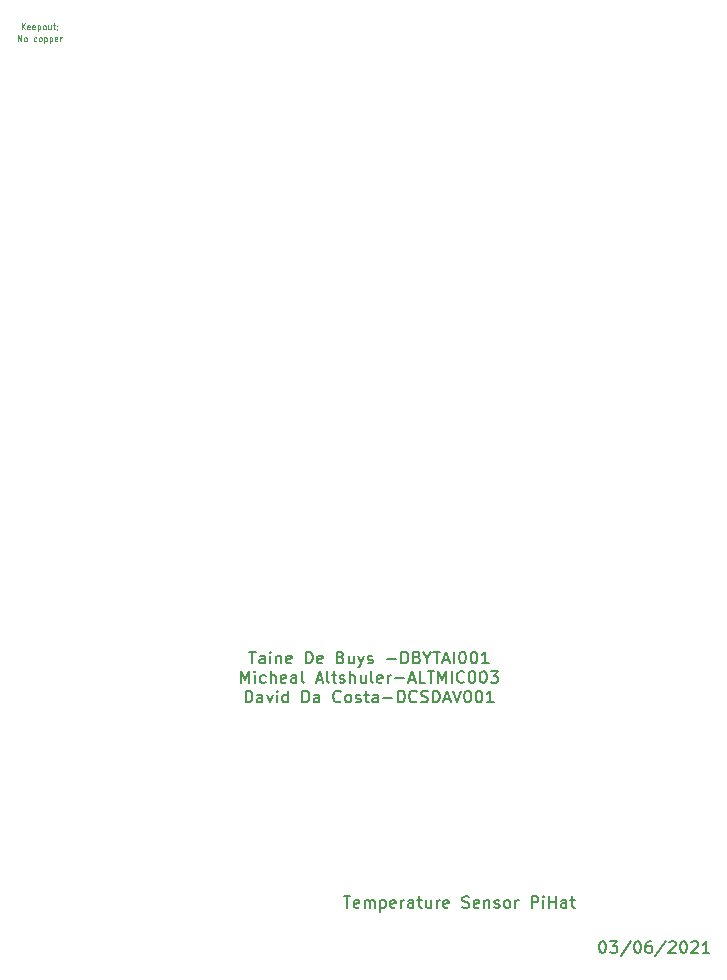
<source format=gbr>
%TF.GenerationSoftware,KiCad,Pcbnew,(5.1.10)-1*%
%TF.CreationDate,2021-06-04T17:59:31+02:00*%
%TF.ProjectId,_Real_EEE3088Project,5f526561-6c5f-4454-9545-333038385072,rev?*%
%TF.SameCoordinates,Original*%
%TF.FileFunction,Other,Comment*%
%FSLAX46Y46*%
G04 Gerber Fmt 4.6, Leading zero omitted, Abs format (unit mm)*
G04 Created by KiCad (PCBNEW (5.1.10)-1) date 2021-06-04 17:59:31*
%MOMM*%
%LPD*%
G01*
G04 APERTURE LIST*
%ADD10C,0.150000*%
%ADD11C,0.080000*%
G04 APERTURE END LIST*
D10*
X210201428Y-192492380D02*
X210296666Y-192492380D01*
X210391904Y-192540000D01*
X210439523Y-192587619D01*
X210487142Y-192682857D01*
X210534761Y-192873333D01*
X210534761Y-193111428D01*
X210487142Y-193301904D01*
X210439523Y-193397142D01*
X210391904Y-193444761D01*
X210296666Y-193492380D01*
X210201428Y-193492380D01*
X210106190Y-193444761D01*
X210058571Y-193397142D01*
X210010952Y-193301904D01*
X209963333Y-193111428D01*
X209963333Y-192873333D01*
X210010952Y-192682857D01*
X210058571Y-192587619D01*
X210106190Y-192540000D01*
X210201428Y-192492380D01*
X210868095Y-192492380D02*
X211487142Y-192492380D01*
X211153809Y-192873333D01*
X211296666Y-192873333D01*
X211391904Y-192920952D01*
X211439523Y-192968571D01*
X211487142Y-193063809D01*
X211487142Y-193301904D01*
X211439523Y-193397142D01*
X211391904Y-193444761D01*
X211296666Y-193492380D01*
X211010952Y-193492380D01*
X210915714Y-193444761D01*
X210868095Y-193397142D01*
X212630000Y-192444761D02*
X211772857Y-193730476D01*
X213153809Y-192492380D02*
X213249047Y-192492380D01*
X213344285Y-192540000D01*
X213391904Y-192587619D01*
X213439523Y-192682857D01*
X213487142Y-192873333D01*
X213487142Y-193111428D01*
X213439523Y-193301904D01*
X213391904Y-193397142D01*
X213344285Y-193444761D01*
X213249047Y-193492380D01*
X213153809Y-193492380D01*
X213058571Y-193444761D01*
X213010952Y-193397142D01*
X212963333Y-193301904D01*
X212915714Y-193111428D01*
X212915714Y-192873333D01*
X212963333Y-192682857D01*
X213010952Y-192587619D01*
X213058571Y-192540000D01*
X213153809Y-192492380D01*
X214344285Y-192492380D02*
X214153809Y-192492380D01*
X214058571Y-192540000D01*
X214010952Y-192587619D01*
X213915714Y-192730476D01*
X213868095Y-192920952D01*
X213868095Y-193301904D01*
X213915714Y-193397142D01*
X213963333Y-193444761D01*
X214058571Y-193492380D01*
X214249047Y-193492380D01*
X214344285Y-193444761D01*
X214391904Y-193397142D01*
X214439523Y-193301904D01*
X214439523Y-193063809D01*
X214391904Y-192968571D01*
X214344285Y-192920952D01*
X214249047Y-192873333D01*
X214058571Y-192873333D01*
X213963333Y-192920952D01*
X213915714Y-192968571D01*
X213868095Y-193063809D01*
X215582380Y-192444761D02*
X214725238Y-193730476D01*
X215868095Y-192587619D02*
X215915714Y-192540000D01*
X216010952Y-192492380D01*
X216249047Y-192492380D01*
X216344285Y-192540000D01*
X216391904Y-192587619D01*
X216439523Y-192682857D01*
X216439523Y-192778095D01*
X216391904Y-192920952D01*
X215820476Y-193492380D01*
X216439523Y-193492380D01*
X217058571Y-192492380D02*
X217153809Y-192492380D01*
X217249047Y-192540000D01*
X217296666Y-192587619D01*
X217344285Y-192682857D01*
X217391904Y-192873333D01*
X217391904Y-193111428D01*
X217344285Y-193301904D01*
X217296666Y-193397142D01*
X217249047Y-193444761D01*
X217153809Y-193492380D01*
X217058571Y-193492380D01*
X216963333Y-193444761D01*
X216915714Y-193397142D01*
X216868095Y-193301904D01*
X216820476Y-193111428D01*
X216820476Y-192873333D01*
X216868095Y-192682857D01*
X216915714Y-192587619D01*
X216963333Y-192540000D01*
X217058571Y-192492380D01*
X217772857Y-192587619D02*
X217820476Y-192540000D01*
X217915714Y-192492380D01*
X218153809Y-192492380D01*
X218249047Y-192540000D01*
X218296666Y-192587619D01*
X218344285Y-192682857D01*
X218344285Y-192778095D01*
X218296666Y-192920952D01*
X217725238Y-193492380D01*
X218344285Y-193492380D01*
X219296666Y-193492380D02*
X218725238Y-193492380D01*
X219010952Y-193492380D02*
X219010952Y-192492380D01*
X218915714Y-192635238D01*
X218820476Y-192730476D01*
X218725238Y-192778095D01*
X180309523Y-167982380D02*
X180880952Y-167982380D01*
X180595238Y-168982380D02*
X180595238Y-167982380D01*
X181642857Y-168982380D02*
X181642857Y-168458571D01*
X181595238Y-168363333D01*
X181500000Y-168315714D01*
X181309523Y-168315714D01*
X181214285Y-168363333D01*
X181642857Y-168934761D02*
X181547619Y-168982380D01*
X181309523Y-168982380D01*
X181214285Y-168934761D01*
X181166666Y-168839523D01*
X181166666Y-168744285D01*
X181214285Y-168649047D01*
X181309523Y-168601428D01*
X181547619Y-168601428D01*
X181642857Y-168553809D01*
X182119047Y-168982380D02*
X182119047Y-168315714D01*
X182119047Y-167982380D02*
X182071428Y-168030000D01*
X182119047Y-168077619D01*
X182166666Y-168030000D01*
X182119047Y-167982380D01*
X182119047Y-168077619D01*
X182595238Y-168315714D02*
X182595238Y-168982380D01*
X182595238Y-168410952D02*
X182642857Y-168363333D01*
X182738095Y-168315714D01*
X182880952Y-168315714D01*
X182976190Y-168363333D01*
X183023809Y-168458571D01*
X183023809Y-168982380D01*
X183880952Y-168934761D02*
X183785714Y-168982380D01*
X183595238Y-168982380D01*
X183500000Y-168934761D01*
X183452380Y-168839523D01*
X183452380Y-168458571D01*
X183500000Y-168363333D01*
X183595238Y-168315714D01*
X183785714Y-168315714D01*
X183880952Y-168363333D01*
X183928571Y-168458571D01*
X183928571Y-168553809D01*
X183452380Y-168649047D01*
X185119047Y-168982380D02*
X185119047Y-167982380D01*
X185357142Y-167982380D01*
X185500000Y-168030000D01*
X185595238Y-168125238D01*
X185642857Y-168220476D01*
X185690476Y-168410952D01*
X185690476Y-168553809D01*
X185642857Y-168744285D01*
X185595238Y-168839523D01*
X185500000Y-168934761D01*
X185357142Y-168982380D01*
X185119047Y-168982380D01*
X186500000Y-168934761D02*
X186404761Y-168982380D01*
X186214285Y-168982380D01*
X186119047Y-168934761D01*
X186071428Y-168839523D01*
X186071428Y-168458571D01*
X186119047Y-168363333D01*
X186214285Y-168315714D01*
X186404761Y-168315714D01*
X186500000Y-168363333D01*
X186547619Y-168458571D01*
X186547619Y-168553809D01*
X186071428Y-168649047D01*
X188071428Y-168458571D02*
X188214285Y-168506190D01*
X188261904Y-168553809D01*
X188309523Y-168649047D01*
X188309523Y-168791904D01*
X188261904Y-168887142D01*
X188214285Y-168934761D01*
X188119047Y-168982380D01*
X187738095Y-168982380D01*
X187738095Y-167982380D01*
X188071428Y-167982380D01*
X188166666Y-168030000D01*
X188214285Y-168077619D01*
X188261904Y-168172857D01*
X188261904Y-168268095D01*
X188214285Y-168363333D01*
X188166666Y-168410952D01*
X188071428Y-168458571D01*
X187738095Y-168458571D01*
X189166666Y-168315714D02*
X189166666Y-168982380D01*
X188738095Y-168315714D02*
X188738095Y-168839523D01*
X188785714Y-168934761D01*
X188880952Y-168982380D01*
X189023809Y-168982380D01*
X189119047Y-168934761D01*
X189166666Y-168887142D01*
X189547619Y-168315714D02*
X189785714Y-168982380D01*
X190023809Y-168315714D02*
X189785714Y-168982380D01*
X189690476Y-169220476D01*
X189642857Y-169268095D01*
X189547619Y-169315714D01*
X190357142Y-168934761D02*
X190452380Y-168982380D01*
X190642857Y-168982380D01*
X190738095Y-168934761D01*
X190785714Y-168839523D01*
X190785714Y-168791904D01*
X190738095Y-168696666D01*
X190642857Y-168649047D01*
X190500000Y-168649047D01*
X190404761Y-168601428D01*
X190357142Y-168506190D01*
X190357142Y-168458571D01*
X190404761Y-168363333D01*
X190500000Y-168315714D01*
X190642857Y-168315714D01*
X190738095Y-168363333D01*
X191976190Y-168601428D02*
X192738095Y-168601428D01*
X193214285Y-168982380D02*
X193214285Y-167982380D01*
X193452380Y-167982380D01*
X193595238Y-168030000D01*
X193690476Y-168125238D01*
X193738095Y-168220476D01*
X193785714Y-168410952D01*
X193785714Y-168553809D01*
X193738095Y-168744285D01*
X193690476Y-168839523D01*
X193595238Y-168934761D01*
X193452380Y-168982380D01*
X193214285Y-168982380D01*
X194547619Y-168458571D02*
X194690476Y-168506190D01*
X194738095Y-168553809D01*
X194785714Y-168649047D01*
X194785714Y-168791904D01*
X194738095Y-168887142D01*
X194690476Y-168934761D01*
X194595238Y-168982380D01*
X194214285Y-168982380D01*
X194214285Y-167982380D01*
X194547619Y-167982380D01*
X194642857Y-168030000D01*
X194690476Y-168077619D01*
X194738095Y-168172857D01*
X194738095Y-168268095D01*
X194690476Y-168363333D01*
X194642857Y-168410952D01*
X194547619Y-168458571D01*
X194214285Y-168458571D01*
X195404761Y-168506190D02*
X195404761Y-168982380D01*
X195071428Y-167982380D02*
X195404761Y-168506190D01*
X195738095Y-167982380D01*
X195928571Y-167982380D02*
X196500000Y-167982380D01*
X196214285Y-168982380D02*
X196214285Y-167982380D01*
X196785714Y-168696666D02*
X197261904Y-168696666D01*
X196690476Y-168982380D02*
X197023809Y-167982380D01*
X197357142Y-168982380D01*
X197690476Y-168982380D02*
X197690476Y-167982380D01*
X198357142Y-167982380D02*
X198452380Y-167982380D01*
X198547619Y-168030000D01*
X198595238Y-168077619D01*
X198642857Y-168172857D01*
X198690476Y-168363333D01*
X198690476Y-168601428D01*
X198642857Y-168791904D01*
X198595238Y-168887142D01*
X198547619Y-168934761D01*
X198452380Y-168982380D01*
X198357142Y-168982380D01*
X198261904Y-168934761D01*
X198214285Y-168887142D01*
X198166666Y-168791904D01*
X198119047Y-168601428D01*
X198119047Y-168363333D01*
X198166666Y-168172857D01*
X198214285Y-168077619D01*
X198261904Y-168030000D01*
X198357142Y-167982380D01*
X199309523Y-167982380D02*
X199404761Y-167982380D01*
X199500000Y-168030000D01*
X199547619Y-168077619D01*
X199595238Y-168172857D01*
X199642857Y-168363333D01*
X199642857Y-168601428D01*
X199595238Y-168791904D01*
X199547619Y-168887142D01*
X199500000Y-168934761D01*
X199404761Y-168982380D01*
X199309523Y-168982380D01*
X199214285Y-168934761D01*
X199166666Y-168887142D01*
X199119047Y-168791904D01*
X199071428Y-168601428D01*
X199071428Y-168363333D01*
X199119047Y-168172857D01*
X199166666Y-168077619D01*
X199214285Y-168030000D01*
X199309523Y-167982380D01*
X200595238Y-168982380D02*
X200023809Y-168982380D01*
X200309523Y-168982380D02*
X200309523Y-167982380D01*
X200214285Y-168125238D01*
X200119047Y-168220476D01*
X200023809Y-168268095D01*
X179666666Y-170632380D02*
X179666666Y-169632380D01*
X180000000Y-170346666D01*
X180333333Y-169632380D01*
X180333333Y-170632380D01*
X180809523Y-170632380D02*
X180809523Y-169965714D01*
X180809523Y-169632380D02*
X180761904Y-169680000D01*
X180809523Y-169727619D01*
X180857142Y-169680000D01*
X180809523Y-169632380D01*
X180809523Y-169727619D01*
X181714285Y-170584761D02*
X181619047Y-170632380D01*
X181428571Y-170632380D01*
X181333333Y-170584761D01*
X181285714Y-170537142D01*
X181238095Y-170441904D01*
X181238095Y-170156190D01*
X181285714Y-170060952D01*
X181333333Y-170013333D01*
X181428571Y-169965714D01*
X181619047Y-169965714D01*
X181714285Y-170013333D01*
X182142857Y-170632380D02*
X182142857Y-169632380D01*
X182571428Y-170632380D02*
X182571428Y-170108571D01*
X182523809Y-170013333D01*
X182428571Y-169965714D01*
X182285714Y-169965714D01*
X182190476Y-170013333D01*
X182142857Y-170060952D01*
X183428571Y-170584761D02*
X183333333Y-170632380D01*
X183142857Y-170632380D01*
X183047619Y-170584761D01*
X183000000Y-170489523D01*
X183000000Y-170108571D01*
X183047619Y-170013333D01*
X183142857Y-169965714D01*
X183333333Y-169965714D01*
X183428571Y-170013333D01*
X183476190Y-170108571D01*
X183476190Y-170203809D01*
X183000000Y-170299047D01*
X184333333Y-170632380D02*
X184333333Y-170108571D01*
X184285714Y-170013333D01*
X184190476Y-169965714D01*
X184000000Y-169965714D01*
X183904761Y-170013333D01*
X184333333Y-170584761D02*
X184238095Y-170632380D01*
X184000000Y-170632380D01*
X183904761Y-170584761D01*
X183857142Y-170489523D01*
X183857142Y-170394285D01*
X183904761Y-170299047D01*
X184000000Y-170251428D01*
X184238095Y-170251428D01*
X184333333Y-170203809D01*
X184952380Y-170632380D02*
X184857142Y-170584761D01*
X184809523Y-170489523D01*
X184809523Y-169632380D01*
X186047619Y-170346666D02*
X186523809Y-170346666D01*
X185952380Y-170632380D02*
X186285714Y-169632380D01*
X186619047Y-170632380D01*
X187095238Y-170632380D02*
X187000000Y-170584761D01*
X186952380Y-170489523D01*
X186952380Y-169632380D01*
X187333333Y-169965714D02*
X187714285Y-169965714D01*
X187476190Y-169632380D02*
X187476190Y-170489523D01*
X187523809Y-170584761D01*
X187619047Y-170632380D01*
X187714285Y-170632380D01*
X188000000Y-170584761D02*
X188095238Y-170632380D01*
X188285714Y-170632380D01*
X188380952Y-170584761D01*
X188428571Y-170489523D01*
X188428571Y-170441904D01*
X188380952Y-170346666D01*
X188285714Y-170299047D01*
X188142857Y-170299047D01*
X188047619Y-170251428D01*
X188000000Y-170156190D01*
X188000000Y-170108571D01*
X188047619Y-170013333D01*
X188142857Y-169965714D01*
X188285714Y-169965714D01*
X188380952Y-170013333D01*
X188857142Y-170632380D02*
X188857142Y-169632380D01*
X189285714Y-170632380D02*
X189285714Y-170108571D01*
X189238095Y-170013333D01*
X189142857Y-169965714D01*
X189000000Y-169965714D01*
X188904761Y-170013333D01*
X188857142Y-170060952D01*
X190190476Y-169965714D02*
X190190476Y-170632380D01*
X189761904Y-169965714D02*
X189761904Y-170489523D01*
X189809523Y-170584761D01*
X189904761Y-170632380D01*
X190047619Y-170632380D01*
X190142857Y-170584761D01*
X190190476Y-170537142D01*
X190809523Y-170632380D02*
X190714285Y-170584761D01*
X190666666Y-170489523D01*
X190666666Y-169632380D01*
X191571428Y-170584761D02*
X191476190Y-170632380D01*
X191285714Y-170632380D01*
X191190476Y-170584761D01*
X191142857Y-170489523D01*
X191142857Y-170108571D01*
X191190476Y-170013333D01*
X191285714Y-169965714D01*
X191476190Y-169965714D01*
X191571428Y-170013333D01*
X191619047Y-170108571D01*
X191619047Y-170203809D01*
X191142857Y-170299047D01*
X192047619Y-170632380D02*
X192047619Y-169965714D01*
X192047619Y-170156190D02*
X192095238Y-170060952D01*
X192142857Y-170013333D01*
X192238095Y-169965714D01*
X192333333Y-169965714D01*
X192666666Y-170251428D02*
X193428571Y-170251428D01*
X193857142Y-170346666D02*
X194333333Y-170346666D01*
X193761904Y-170632380D02*
X194095238Y-169632380D01*
X194428571Y-170632380D01*
X195238095Y-170632380D02*
X194761904Y-170632380D01*
X194761904Y-169632380D01*
X195428571Y-169632380D02*
X196000000Y-169632380D01*
X195714285Y-170632380D02*
X195714285Y-169632380D01*
X196333333Y-170632380D02*
X196333333Y-169632380D01*
X196666666Y-170346666D01*
X197000000Y-169632380D01*
X197000000Y-170632380D01*
X197476190Y-170632380D02*
X197476190Y-169632380D01*
X198523809Y-170537142D02*
X198476190Y-170584761D01*
X198333333Y-170632380D01*
X198238095Y-170632380D01*
X198095238Y-170584761D01*
X198000000Y-170489523D01*
X197952380Y-170394285D01*
X197904761Y-170203809D01*
X197904761Y-170060952D01*
X197952380Y-169870476D01*
X198000000Y-169775238D01*
X198095238Y-169680000D01*
X198238095Y-169632380D01*
X198333333Y-169632380D01*
X198476190Y-169680000D01*
X198523809Y-169727619D01*
X199142857Y-169632380D02*
X199238095Y-169632380D01*
X199333333Y-169680000D01*
X199380952Y-169727619D01*
X199428571Y-169822857D01*
X199476190Y-170013333D01*
X199476190Y-170251428D01*
X199428571Y-170441904D01*
X199380952Y-170537142D01*
X199333333Y-170584761D01*
X199238095Y-170632380D01*
X199142857Y-170632380D01*
X199047619Y-170584761D01*
X199000000Y-170537142D01*
X198952380Y-170441904D01*
X198904761Y-170251428D01*
X198904761Y-170013333D01*
X198952380Y-169822857D01*
X199000000Y-169727619D01*
X199047619Y-169680000D01*
X199142857Y-169632380D01*
X200095238Y-169632380D02*
X200190476Y-169632380D01*
X200285714Y-169680000D01*
X200333333Y-169727619D01*
X200380952Y-169822857D01*
X200428571Y-170013333D01*
X200428571Y-170251428D01*
X200380952Y-170441904D01*
X200333333Y-170537142D01*
X200285714Y-170584761D01*
X200190476Y-170632380D01*
X200095238Y-170632380D01*
X200000000Y-170584761D01*
X199952380Y-170537142D01*
X199904761Y-170441904D01*
X199857142Y-170251428D01*
X199857142Y-170013333D01*
X199904761Y-169822857D01*
X199952380Y-169727619D01*
X200000000Y-169680000D01*
X200095238Y-169632380D01*
X200761904Y-169632380D02*
X201380952Y-169632380D01*
X201047619Y-170013333D01*
X201190476Y-170013333D01*
X201285714Y-170060952D01*
X201333333Y-170108571D01*
X201380952Y-170203809D01*
X201380952Y-170441904D01*
X201333333Y-170537142D01*
X201285714Y-170584761D01*
X201190476Y-170632380D01*
X200904761Y-170632380D01*
X200809523Y-170584761D01*
X200761904Y-170537142D01*
X180023809Y-172282380D02*
X180023809Y-171282380D01*
X180261904Y-171282380D01*
X180404761Y-171330000D01*
X180500000Y-171425238D01*
X180547619Y-171520476D01*
X180595238Y-171710952D01*
X180595238Y-171853809D01*
X180547619Y-172044285D01*
X180500000Y-172139523D01*
X180404761Y-172234761D01*
X180261904Y-172282380D01*
X180023809Y-172282380D01*
X181452380Y-172282380D02*
X181452380Y-171758571D01*
X181404761Y-171663333D01*
X181309523Y-171615714D01*
X181119047Y-171615714D01*
X181023809Y-171663333D01*
X181452380Y-172234761D02*
X181357142Y-172282380D01*
X181119047Y-172282380D01*
X181023809Y-172234761D01*
X180976190Y-172139523D01*
X180976190Y-172044285D01*
X181023809Y-171949047D01*
X181119047Y-171901428D01*
X181357142Y-171901428D01*
X181452380Y-171853809D01*
X181833333Y-171615714D02*
X182071428Y-172282380D01*
X182309523Y-171615714D01*
X182690476Y-172282380D02*
X182690476Y-171615714D01*
X182690476Y-171282380D02*
X182642857Y-171330000D01*
X182690476Y-171377619D01*
X182738095Y-171330000D01*
X182690476Y-171282380D01*
X182690476Y-171377619D01*
X183595238Y-172282380D02*
X183595238Y-171282380D01*
X183595238Y-172234761D02*
X183500000Y-172282380D01*
X183309523Y-172282380D01*
X183214285Y-172234761D01*
X183166666Y-172187142D01*
X183119047Y-172091904D01*
X183119047Y-171806190D01*
X183166666Y-171710952D01*
X183214285Y-171663333D01*
X183309523Y-171615714D01*
X183500000Y-171615714D01*
X183595238Y-171663333D01*
X184833333Y-172282380D02*
X184833333Y-171282380D01*
X185071428Y-171282380D01*
X185214285Y-171330000D01*
X185309523Y-171425238D01*
X185357142Y-171520476D01*
X185404761Y-171710952D01*
X185404761Y-171853809D01*
X185357142Y-172044285D01*
X185309523Y-172139523D01*
X185214285Y-172234761D01*
X185071428Y-172282380D01*
X184833333Y-172282380D01*
X186261904Y-172282380D02*
X186261904Y-171758571D01*
X186214285Y-171663333D01*
X186119047Y-171615714D01*
X185928571Y-171615714D01*
X185833333Y-171663333D01*
X186261904Y-172234761D02*
X186166666Y-172282380D01*
X185928571Y-172282380D01*
X185833333Y-172234761D01*
X185785714Y-172139523D01*
X185785714Y-172044285D01*
X185833333Y-171949047D01*
X185928571Y-171901428D01*
X186166666Y-171901428D01*
X186261904Y-171853809D01*
X188071428Y-172187142D02*
X188023809Y-172234761D01*
X187880952Y-172282380D01*
X187785714Y-172282380D01*
X187642857Y-172234761D01*
X187547619Y-172139523D01*
X187500000Y-172044285D01*
X187452380Y-171853809D01*
X187452380Y-171710952D01*
X187500000Y-171520476D01*
X187547619Y-171425238D01*
X187642857Y-171330000D01*
X187785714Y-171282380D01*
X187880952Y-171282380D01*
X188023809Y-171330000D01*
X188071428Y-171377619D01*
X188642857Y-172282380D02*
X188547619Y-172234761D01*
X188500000Y-172187142D01*
X188452380Y-172091904D01*
X188452380Y-171806190D01*
X188500000Y-171710952D01*
X188547619Y-171663333D01*
X188642857Y-171615714D01*
X188785714Y-171615714D01*
X188880952Y-171663333D01*
X188928571Y-171710952D01*
X188976190Y-171806190D01*
X188976190Y-172091904D01*
X188928571Y-172187142D01*
X188880952Y-172234761D01*
X188785714Y-172282380D01*
X188642857Y-172282380D01*
X189357142Y-172234761D02*
X189452380Y-172282380D01*
X189642857Y-172282380D01*
X189738095Y-172234761D01*
X189785714Y-172139523D01*
X189785714Y-172091904D01*
X189738095Y-171996666D01*
X189642857Y-171949047D01*
X189500000Y-171949047D01*
X189404761Y-171901428D01*
X189357142Y-171806190D01*
X189357142Y-171758571D01*
X189404761Y-171663333D01*
X189500000Y-171615714D01*
X189642857Y-171615714D01*
X189738095Y-171663333D01*
X190071428Y-171615714D02*
X190452380Y-171615714D01*
X190214285Y-171282380D02*
X190214285Y-172139523D01*
X190261904Y-172234761D01*
X190357142Y-172282380D01*
X190452380Y-172282380D01*
X191214285Y-172282380D02*
X191214285Y-171758571D01*
X191166666Y-171663333D01*
X191071428Y-171615714D01*
X190880952Y-171615714D01*
X190785714Y-171663333D01*
X191214285Y-172234761D02*
X191119047Y-172282380D01*
X190880952Y-172282380D01*
X190785714Y-172234761D01*
X190738095Y-172139523D01*
X190738095Y-172044285D01*
X190785714Y-171949047D01*
X190880952Y-171901428D01*
X191119047Y-171901428D01*
X191214285Y-171853809D01*
X191690476Y-171901428D02*
X192452380Y-171901428D01*
X192928571Y-172282380D02*
X192928571Y-171282380D01*
X193166666Y-171282380D01*
X193309523Y-171330000D01*
X193404761Y-171425238D01*
X193452380Y-171520476D01*
X193500000Y-171710952D01*
X193500000Y-171853809D01*
X193452380Y-172044285D01*
X193404761Y-172139523D01*
X193309523Y-172234761D01*
X193166666Y-172282380D01*
X192928571Y-172282380D01*
X194500000Y-172187142D02*
X194452380Y-172234761D01*
X194309523Y-172282380D01*
X194214285Y-172282380D01*
X194071428Y-172234761D01*
X193976190Y-172139523D01*
X193928571Y-172044285D01*
X193880952Y-171853809D01*
X193880952Y-171710952D01*
X193928571Y-171520476D01*
X193976190Y-171425238D01*
X194071428Y-171330000D01*
X194214285Y-171282380D01*
X194309523Y-171282380D01*
X194452380Y-171330000D01*
X194500000Y-171377619D01*
X194880952Y-172234761D02*
X195023809Y-172282380D01*
X195261904Y-172282380D01*
X195357142Y-172234761D01*
X195404761Y-172187142D01*
X195452380Y-172091904D01*
X195452380Y-171996666D01*
X195404761Y-171901428D01*
X195357142Y-171853809D01*
X195261904Y-171806190D01*
X195071428Y-171758571D01*
X194976190Y-171710952D01*
X194928571Y-171663333D01*
X194880952Y-171568095D01*
X194880952Y-171472857D01*
X194928571Y-171377619D01*
X194976190Y-171330000D01*
X195071428Y-171282380D01*
X195309523Y-171282380D01*
X195452380Y-171330000D01*
X195880952Y-172282380D02*
X195880952Y-171282380D01*
X196119047Y-171282380D01*
X196261904Y-171330000D01*
X196357142Y-171425238D01*
X196404761Y-171520476D01*
X196452380Y-171710952D01*
X196452380Y-171853809D01*
X196404761Y-172044285D01*
X196357142Y-172139523D01*
X196261904Y-172234761D01*
X196119047Y-172282380D01*
X195880952Y-172282380D01*
X196833333Y-171996666D02*
X197309523Y-171996666D01*
X196738095Y-172282380D02*
X197071428Y-171282380D01*
X197404761Y-172282380D01*
X197595238Y-171282380D02*
X197928571Y-172282380D01*
X198261904Y-171282380D01*
X198785714Y-171282380D02*
X198880952Y-171282380D01*
X198976190Y-171330000D01*
X199023809Y-171377619D01*
X199071428Y-171472857D01*
X199119047Y-171663333D01*
X199119047Y-171901428D01*
X199071428Y-172091904D01*
X199023809Y-172187142D01*
X198976190Y-172234761D01*
X198880952Y-172282380D01*
X198785714Y-172282380D01*
X198690476Y-172234761D01*
X198642857Y-172187142D01*
X198595238Y-172091904D01*
X198547619Y-171901428D01*
X198547619Y-171663333D01*
X198595238Y-171472857D01*
X198642857Y-171377619D01*
X198690476Y-171330000D01*
X198785714Y-171282380D01*
X199738095Y-171282380D02*
X199833333Y-171282380D01*
X199928571Y-171330000D01*
X199976190Y-171377619D01*
X200023809Y-171472857D01*
X200071428Y-171663333D01*
X200071428Y-171901428D01*
X200023809Y-172091904D01*
X199976190Y-172187142D01*
X199928571Y-172234761D01*
X199833333Y-172282380D01*
X199738095Y-172282380D01*
X199642857Y-172234761D01*
X199595238Y-172187142D01*
X199547619Y-172091904D01*
X199500000Y-171901428D01*
X199500000Y-171663333D01*
X199547619Y-171472857D01*
X199595238Y-171377619D01*
X199642857Y-171330000D01*
X199738095Y-171282380D01*
X201023809Y-172282380D02*
X200452380Y-172282380D01*
X200738095Y-172282380D02*
X200738095Y-171282380D01*
X200642857Y-171425238D01*
X200547619Y-171520476D01*
X200452380Y-171568095D01*
X188334285Y-188682380D02*
X188905714Y-188682380D01*
X188620000Y-189682380D02*
X188620000Y-188682380D01*
X189620000Y-189634761D02*
X189524761Y-189682380D01*
X189334285Y-189682380D01*
X189239047Y-189634761D01*
X189191428Y-189539523D01*
X189191428Y-189158571D01*
X189239047Y-189063333D01*
X189334285Y-189015714D01*
X189524761Y-189015714D01*
X189620000Y-189063333D01*
X189667619Y-189158571D01*
X189667619Y-189253809D01*
X189191428Y-189349047D01*
X190096190Y-189682380D02*
X190096190Y-189015714D01*
X190096190Y-189110952D02*
X190143809Y-189063333D01*
X190239047Y-189015714D01*
X190381904Y-189015714D01*
X190477142Y-189063333D01*
X190524761Y-189158571D01*
X190524761Y-189682380D01*
X190524761Y-189158571D02*
X190572380Y-189063333D01*
X190667619Y-189015714D01*
X190810476Y-189015714D01*
X190905714Y-189063333D01*
X190953333Y-189158571D01*
X190953333Y-189682380D01*
X191429523Y-189015714D02*
X191429523Y-190015714D01*
X191429523Y-189063333D02*
X191524761Y-189015714D01*
X191715238Y-189015714D01*
X191810476Y-189063333D01*
X191858095Y-189110952D01*
X191905714Y-189206190D01*
X191905714Y-189491904D01*
X191858095Y-189587142D01*
X191810476Y-189634761D01*
X191715238Y-189682380D01*
X191524761Y-189682380D01*
X191429523Y-189634761D01*
X192715238Y-189634761D02*
X192620000Y-189682380D01*
X192429523Y-189682380D01*
X192334285Y-189634761D01*
X192286666Y-189539523D01*
X192286666Y-189158571D01*
X192334285Y-189063333D01*
X192429523Y-189015714D01*
X192620000Y-189015714D01*
X192715238Y-189063333D01*
X192762857Y-189158571D01*
X192762857Y-189253809D01*
X192286666Y-189349047D01*
X193191428Y-189682380D02*
X193191428Y-189015714D01*
X193191428Y-189206190D02*
X193239047Y-189110952D01*
X193286666Y-189063333D01*
X193381904Y-189015714D01*
X193477142Y-189015714D01*
X194239047Y-189682380D02*
X194239047Y-189158571D01*
X194191428Y-189063333D01*
X194096190Y-189015714D01*
X193905714Y-189015714D01*
X193810476Y-189063333D01*
X194239047Y-189634761D02*
X194143809Y-189682380D01*
X193905714Y-189682380D01*
X193810476Y-189634761D01*
X193762857Y-189539523D01*
X193762857Y-189444285D01*
X193810476Y-189349047D01*
X193905714Y-189301428D01*
X194143809Y-189301428D01*
X194239047Y-189253809D01*
X194572380Y-189015714D02*
X194953333Y-189015714D01*
X194715238Y-188682380D02*
X194715238Y-189539523D01*
X194762857Y-189634761D01*
X194858095Y-189682380D01*
X194953333Y-189682380D01*
X195715238Y-189015714D02*
X195715238Y-189682380D01*
X195286666Y-189015714D02*
X195286666Y-189539523D01*
X195334285Y-189634761D01*
X195429523Y-189682380D01*
X195572380Y-189682380D01*
X195667619Y-189634761D01*
X195715238Y-189587142D01*
X196191428Y-189682380D02*
X196191428Y-189015714D01*
X196191428Y-189206190D02*
X196239047Y-189110952D01*
X196286666Y-189063333D01*
X196381904Y-189015714D01*
X196477142Y-189015714D01*
X197191428Y-189634761D02*
X197096190Y-189682380D01*
X196905714Y-189682380D01*
X196810476Y-189634761D01*
X196762857Y-189539523D01*
X196762857Y-189158571D01*
X196810476Y-189063333D01*
X196905714Y-189015714D01*
X197096190Y-189015714D01*
X197191428Y-189063333D01*
X197239047Y-189158571D01*
X197239047Y-189253809D01*
X196762857Y-189349047D01*
X198381904Y-189634761D02*
X198524761Y-189682380D01*
X198762857Y-189682380D01*
X198858095Y-189634761D01*
X198905714Y-189587142D01*
X198953333Y-189491904D01*
X198953333Y-189396666D01*
X198905714Y-189301428D01*
X198858095Y-189253809D01*
X198762857Y-189206190D01*
X198572380Y-189158571D01*
X198477142Y-189110952D01*
X198429523Y-189063333D01*
X198381904Y-188968095D01*
X198381904Y-188872857D01*
X198429523Y-188777619D01*
X198477142Y-188730000D01*
X198572380Y-188682380D01*
X198810476Y-188682380D01*
X198953333Y-188730000D01*
X199762857Y-189634761D02*
X199667619Y-189682380D01*
X199477142Y-189682380D01*
X199381904Y-189634761D01*
X199334285Y-189539523D01*
X199334285Y-189158571D01*
X199381904Y-189063333D01*
X199477142Y-189015714D01*
X199667619Y-189015714D01*
X199762857Y-189063333D01*
X199810476Y-189158571D01*
X199810476Y-189253809D01*
X199334285Y-189349047D01*
X200239047Y-189015714D02*
X200239047Y-189682380D01*
X200239047Y-189110952D02*
X200286666Y-189063333D01*
X200381904Y-189015714D01*
X200524761Y-189015714D01*
X200620000Y-189063333D01*
X200667619Y-189158571D01*
X200667619Y-189682380D01*
X201096190Y-189634761D02*
X201191428Y-189682380D01*
X201381904Y-189682380D01*
X201477142Y-189634761D01*
X201524761Y-189539523D01*
X201524761Y-189491904D01*
X201477142Y-189396666D01*
X201381904Y-189349047D01*
X201239047Y-189349047D01*
X201143809Y-189301428D01*
X201096190Y-189206190D01*
X201096190Y-189158571D01*
X201143809Y-189063333D01*
X201239047Y-189015714D01*
X201381904Y-189015714D01*
X201477142Y-189063333D01*
X202096190Y-189682380D02*
X202000952Y-189634761D01*
X201953333Y-189587142D01*
X201905714Y-189491904D01*
X201905714Y-189206190D01*
X201953333Y-189110952D01*
X202000952Y-189063333D01*
X202096190Y-189015714D01*
X202239047Y-189015714D01*
X202334285Y-189063333D01*
X202381904Y-189110952D01*
X202429523Y-189206190D01*
X202429523Y-189491904D01*
X202381904Y-189587142D01*
X202334285Y-189634761D01*
X202239047Y-189682380D01*
X202096190Y-189682380D01*
X202858095Y-189682380D02*
X202858095Y-189015714D01*
X202858095Y-189206190D02*
X202905714Y-189110952D01*
X202953333Y-189063333D01*
X203048571Y-189015714D01*
X203143809Y-189015714D01*
X204239047Y-189682380D02*
X204239047Y-188682380D01*
X204620000Y-188682380D01*
X204715238Y-188730000D01*
X204762857Y-188777619D01*
X204810476Y-188872857D01*
X204810476Y-189015714D01*
X204762857Y-189110952D01*
X204715238Y-189158571D01*
X204620000Y-189206190D01*
X204239047Y-189206190D01*
X205239047Y-189682380D02*
X205239047Y-189015714D01*
X205239047Y-188682380D02*
X205191428Y-188730000D01*
X205239047Y-188777619D01*
X205286666Y-188730000D01*
X205239047Y-188682380D01*
X205239047Y-188777619D01*
X205715238Y-189682380D02*
X205715238Y-188682380D01*
X205715238Y-189158571D02*
X206286666Y-189158571D01*
X206286666Y-189682380D02*
X206286666Y-188682380D01*
X207191428Y-189682380D02*
X207191428Y-189158571D01*
X207143809Y-189063333D01*
X207048571Y-189015714D01*
X206858095Y-189015714D01*
X206762857Y-189063333D01*
X207191428Y-189634761D02*
X207096190Y-189682380D01*
X206858095Y-189682380D01*
X206762857Y-189634761D01*
X206715238Y-189539523D01*
X206715238Y-189444285D01*
X206762857Y-189349047D01*
X206858095Y-189301428D01*
X207096190Y-189301428D01*
X207191428Y-189253809D01*
X207524761Y-189015714D02*
X207905714Y-189015714D01*
X207667619Y-188682380D02*
X207667619Y-189539523D01*
X207715238Y-189634761D01*
X207810476Y-189682380D01*
X207905714Y-189682380D01*
%TO.C,TMP1*%
D11*
X161060000Y-115296190D02*
X161060000Y-114796190D01*
X161345714Y-115296190D02*
X161131428Y-115010476D01*
X161345714Y-114796190D02*
X161060000Y-115081904D01*
X161750476Y-115272380D02*
X161702857Y-115296190D01*
X161607619Y-115296190D01*
X161560000Y-115272380D01*
X161536190Y-115224761D01*
X161536190Y-115034285D01*
X161560000Y-114986666D01*
X161607619Y-114962857D01*
X161702857Y-114962857D01*
X161750476Y-114986666D01*
X161774285Y-115034285D01*
X161774285Y-115081904D01*
X161536190Y-115129523D01*
X162179047Y-115272380D02*
X162131428Y-115296190D01*
X162036190Y-115296190D01*
X161988571Y-115272380D01*
X161964761Y-115224761D01*
X161964761Y-115034285D01*
X161988571Y-114986666D01*
X162036190Y-114962857D01*
X162131428Y-114962857D01*
X162179047Y-114986666D01*
X162202857Y-115034285D01*
X162202857Y-115081904D01*
X161964761Y-115129523D01*
X162417142Y-114962857D02*
X162417142Y-115462857D01*
X162417142Y-114986666D02*
X162464761Y-114962857D01*
X162560000Y-114962857D01*
X162607619Y-114986666D01*
X162631428Y-115010476D01*
X162655238Y-115058095D01*
X162655238Y-115200952D01*
X162631428Y-115248571D01*
X162607619Y-115272380D01*
X162560000Y-115296190D01*
X162464761Y-115296190D01*
X162417142Y-115272380D01*
X162940952Y-115296190D02*
X162893333Y-115272380D01*
X162869523Y-115248571D01*
X162845714Y-115200952D01*
X162845714Y-115058095D01*
X162869523Y-115010476D01*
X162893333Y-114986666D01*
X162940952Y-114962857D01*
X163012380Y-114962857D01*
X163060000Y-114986666D01*
X163083809Y-115010476D01*
X163107619Y-115058095D01*
X163107619Y-115200952D01*
X163083809Y-115248571D01*
X163060000Y-115272380D01*
X163012380Y-115296190D01*
X162940952Y-115296190D01*
X163536190Y-114962857D02*
X163536190Y-115296190D01*
X163321904Y-114962857D02*
X163321904Y-115224761D01*
X163345714Y-115272380D01*
X163393333Y-115296190D01*
X163464761Y-115296190D01*
X163512380Y-115272380D01*
X163536190Y-115248571D01*
X163702857Y-114962857D02*
X163893333Y-114962857D01*
X163774285Y-114796190D02*
X163774285Y-115224761D01*
X163798095Y-115272380D01*
X163845714Y-115296190D01*
X163893333Y-115296190D01*
X164083809Y-115272380D02*
X164083809Y-115296190D01*
X164060000Y-115343809D01*
X164036190Y-115367619D01*
X164060000Y-114986666D02*
X164083809Y-115010476D01*
X164060000Y-115034285D01*
X164036190Y-115010476D01*
X164060000Y-114986666D01*
X164060000Y-115034285D01*
X160738571Y-116296190D02*
X160738571Y-115796190D01*
X161024285Y-116296190D01*
X161024285Y-115796190D01*
X161333809Y-116296190D02*
X161286190Y-116272380D01*
X161262380Y-116248571D01*
X161238571Y-116200952D01*
X161238571Y-116058095D01*
X161262380Y-116010476D01*
X161286190Y-115986666D01*
X161333809Y-115962857D01*
X161405238Y-115962857D01*
X161452857Y-115986666D01*
X161476666Y-116010476D01*
X161500476Y-116058095D01*
X161500476Y-116200952D01*
X161476666Y-116248571D01*
X161452857Y-116272380D01*
X161405238Y-116296190D01*
X161333809Y-116296190D01*
X162310000Y-116272380D02*
X162262380Y-116296190D01*
X162167142Y-116296190D01*
X162119523Y-116272380D01*
X162095714Y-116248571D01*
X162071904Y-116200952D01*
X162071904Y-116058095D01*
X162095714Y-116010476D01*
X162119523Y-115986666D01*
X162167142Y-115962857D01*
X162262380Y-115962857D01*
X162310000Y-115986666D01*
X162595714Y-116296190D02*
X162548095Y-116272380D01*
X162524285Y-116248571D01*
X162500476Y-116200952D01*
X162500476Y-116058095D01*
X162524285Y-116010476D01*
X162548095Y-115986666D01*
X162595714Y-115962857D01*
X162667142Y-115962857D01*
X162714761Y-115986666D01*
X162738571Y-116010476D01*
X162762380Y-116058095D01*
X162762380Y-116200952D01*
X162738571Y-116248571D01*
X162714761Y-116272380D01*
X162667142Y-116296190D01*
X162595714Y-116296190D01*
X162976666Y-115962857D02*
X162976666Y-116462857D01*
X162976666Y-115986666D02*
X163024285Y-115962857D01*
X163119523Y-115962857D01*
X163167142Y-115986666D01*
X163190952Y-116010476D01*
X163214761Y-116058095D01*
X163214761Y-116200952D01*
X163190952Y-116248571D01*
X163167142Y-116272380D01*
X163119523Y-116296190D01*
X163024285Y-116296190D01*
X162976666Y-116272380D01*
X163429047Y-115962857D02*
X163429047Y-116462857D01*
X163429047Y-115986666D02*
X163476666Y-115962857D01*
X163571904Y-115962857D01*
X163619523Y-115986666D01*
X163643333Y-116010476D01*
X163667142Y-116058095D01*
X163667142Y-116200952D01*
X163643333Y-116248571D01*
X163619523Y-116272380D01*
X163571904Y-116296190D01*
X163476666Y-116296190D01*
X163429047Y-116272380D01*
X164071904Y-116272380D02*
X164024285Y-116296190D01*
X163929047Y-116296190D01*
X163881428Y-116272380D01*
X163857619Y-116224761D01*
X163857619Y-116034285D01*
X163881428Y-115986666D01*
X163929047Y-115962857D01*
X164024285Y-115962857D01*
X164071904Y-115986666D01*
X164095714Y-116034285D01*
X164095714Y-116081904D01*
X163857619Y-116129523D01*
X164310000Y-116296190D02*
X164310000Y-115962857D01*
X164310000Y-116058095D02*
X164333809Y-116010476D01*
X164357619Y-115986666D01*
X164405238Y-115962857D01*
X164452857Y-115962857D01*
%TD*%
M02*

</source>
